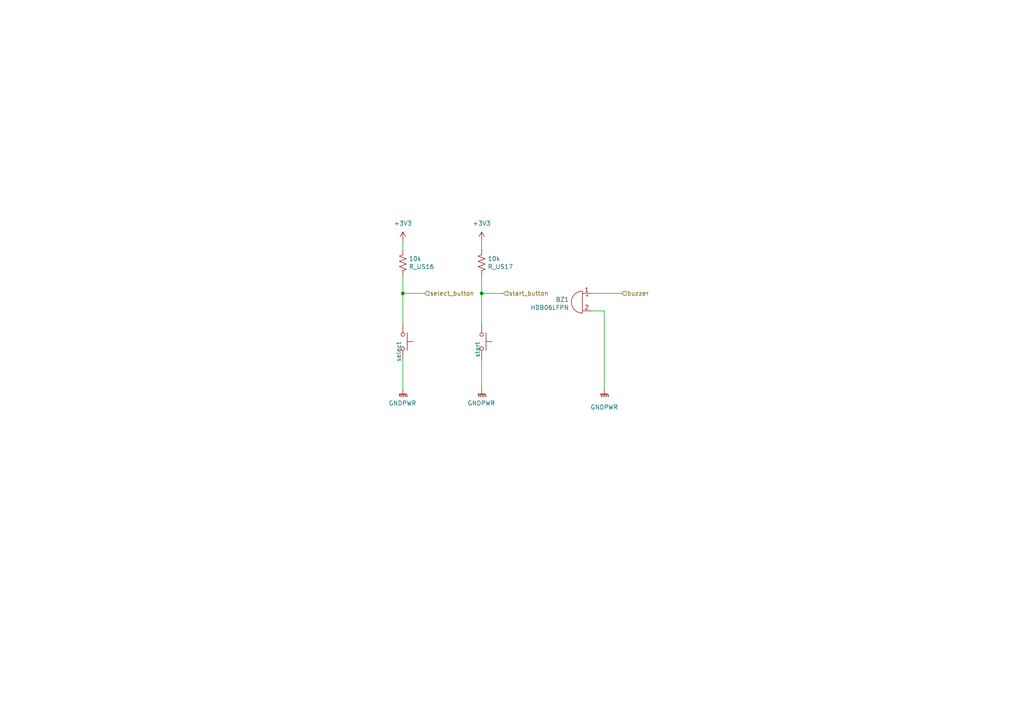
<source format=kicad_sch>
(kicad_sch (version 20231120) (generator "eeschema") (generator_version "8.0")
  (paper "A4")
  (lib_symbols
    (symbol "Device:Buzzer" (pin_names (offset 0.0254) hide)
      (property "Reference" "BZ" (at 3.81 1.27 0))
      (property "Value" "Buzzer" (at 3.81 -1.27 0))
      (symbol "Buzzer_0_1"
        (arc (start 0 -3.175) (mid 3.1612 0) (end 0 3.175))
        (polyline (pts (xy -1.651 1.905) (xy -1.143 1.905)))
        (polyline (pts (xy -1.397 2.159) (xy -1.397 1.651)))
        (polyline (pts (xy 0 3.175) (xy 0 -3.175)))
      )
      (symbol "Buzzer_1_1"
        (pin passive line (at -2.54 2.54 0) (length 2.54) (name "-") (number "1"))
        (pin passive line (at -2.54 -2.54 0) (length 2.54) (name "+") (number "2"))
      )
    )
    (symbol "Device:R_US" (pin_numbers hide) (pin_names (offset 0))
      (property "Reference" "R" (at 2.54 0 90))
      (property "Value" "R_US" (at -2.54 0 90))
      (symbol "R_US_0_1"
        (polyline (pts (xy 0 -2.286) (xy 0 -2.54)))
        (polyline (pts (xy 0 2.286) (xy 0 2.54)))
        (polyline (pts (xy 0 -0.762) (xy 1.016 -1.143) (xy 0 -1.524) (xy -1.016 -1.905) (xy 0 -2.286)))
        (polyline (pts (xy 0 0.762) (xy 1.016 0.381) (xy 0 0) (xy -1.016 -0.381) (xy 0 -0.762)))
        (polyline (pts (xy 0 2.286) (xy 1.016 1.905) (xy 0 1.524) (xy -1.016 1.143) (xy 0 0.762)))
      )
      (symbol "R_US_1_1"
        (pin passive line (at 0 3.81 270) (length 1.27) (name "~") (number "1"))
        (pin passive line (at 0 -3.81 90) (length 1.27) (name "~") (number "2"))
      )
    )
    (symbol "SW_Push_1" (pin_numbers hide) (pin_names (offset 1.016) hide)
      (property "Value" "SW_Push" (at 0 -1.2192 0))
      (symbol "SW_Push_1_0_1"
        (circle (center -2.032 0) (radius 0.508))
        (polyline (pts (xy 0 1.27) (xy 0 3.048)))
        (polyline (pts (xy 2.54 1.27) (xy -2.54 1.27)))
        (circle (center 2.032 0) (radius 0.508))
        (pin passive line (at -5.08 0 0) (length 2.54) (name "2") (number "2"))
      )
      (symbol "SW_Push_1_1_1"
        (pin passive line (at 5.08 0 180) (length 2.54) (name "1") (number "1"))
      )
    )
    (symbol "Switch:SW_Push" (pin_numbers hide) (pin_names (offset 1.016) hide)
      (property "Reference" "SW" (at 1.27 2.54 0))
      (property "Value" "SW_Push" (at 0 -1.524 0))
      (symbol "SW_Push_0_1"
        (circle (center -2.032 0) (radius 0.508))
        (polyline (pts (xy 0 1.27) (xy 0 3.048)))
        (polyline (pts (xy 2.54 1.27) (xy -2.54 1.27)))
        (circle (center 2.032 0) (radius 0.508))
        (pin passive line (at -5.08 0 0) (length 2.54) (name "1") (number "1"))
        (pin passive line (at 5.08 0 180) (length 2.54) (name "2") (number "2"))
      )
    )
    (symbol "control-rescue:+3.3V-power" (power) (pin_names (offset 0))
      (property "Value" "+3.3V-power" (at 0 3.556 0))
      (symbol "+3.3V-power_0_1"
        (polyline (pts (xy -0.762 1.27) (xy 0 2.54)))
        (polyline (pts (xy 0 0) (xy 0 2.54)))
        (polyline (pts (xy 0 2.54) (xy 0.762 1.27)))
      )
      (symbol "+3.3V-power_1_1"
        (pin power_in line (at 0 0 90) (length 0) hide (name "+3V3") (number "1"))
      )
    )
    (symbol "power:GNDPWR" (power) (pin_names (offset 0))
      (property "Value" "GNDPWR" (at 0 -3.302 0))
      (symbol "GNDPWR_0_1"
        (polyline (pts (xy 0 -1.27) (xy 0 0)))
        (polyline (pts (xy -1.016 -1.27) (xy -1.27 -2.032) (xy -1.27 -2.032)) (stroke (width 0.2032)))
        (polyline (pts (xy -0.508 -1.27) (xy -0.762 -2.032) (xy -0.762 -2.032)) (stroke (width 0.2032)))
        (polyline (pts (xy 0 -1.27) (xy -0.254 -2.032) (xy -0.254 -2.032)) (stroke (width 0.2032)))
        (polyline (pts (xy 0.508 -1.27) (xy 0.254 -2.032) (xy 0.254 -2.032)) (stroke (width 0.2032)))
        (polyline (pts (xy 1.016 -1.27) (xy -1.016 -1.27) (xy -1.016 -1.27)) (stroke (width 0.2032)))
        (polyline (pts (xy 1.016 -1.27) (xy 0.762 -2.032) (xy 0.762 -2.032) (xy 0.762 -2.032)) (stroke (width 0.2032)))
      )
      (symbol "GNDPWR_1_1"
        (pin power_in line (at 0 0 270) (length 0) hide (name "GNDPWR") (number "1"))
      )
    )
  )
  (junction (at 116.84 85.09))
  (junction (at 139.7 85.09))
  (wire (pts (xy 116.84 69.85) (xy 116.84 72.39)))
  (wire (pts (xy 139.7 80.01) (xy 139.7 85.09)))
  (wire (pts (xy 139.7 85.09) (xy 146.05 85.09)))
  (wire (pts (xy 116.84 85.09) (xy 123.19 85.09)))
  (wire (pts (xy 171.45 90.17) (xy 175.26 90.17)))
  (wire (pts (xy 139.7 69.85) (xy 139.7 72.39)))
  (wire (pts (xy 171.45 85.09) (xy 180.34 85.09)))
  (wire (pts (xy 139.7 104.14) (xy 139.7 113.03)))
  (wire (pts (xy 139.7 85.09) (xy 139.7 93.98)))
  (wire (pts (xy 116.84 104.14) (xy 116.84 113.03)))
  (wire (pts (xy 116.84 85.09) (xy 116.84 93.98)))
  (wire (pts (xy 116.84 80.01) (xy 116.84 85.09)))
  (wire (pts (xy 175.26 90.17) (xy 175.26 113.03)))
  (hierarchical_label "select_button" (shape input) (at 123.19 85.09 0))
  (hierarchical_label "buzzer" (shape input) (at 180.34 85.09 0))
  (hierarchical_label "start_button" (shape input) (at 146.05 85.09 0))
  (symbol (lib_id "control-rescue:+3.3V-power") (at 116.84 69.85 0) (mirror y) (unit 1)
    (property "Reference" "#PWR019" (effects (hide yes)))
    (property "Value" "+3V3" (at 116.84 64.77 0))
  )
  (symbol (lib_id "Device:Buzzer") (at 168.91 87.63 0) (mirror y) (unit 1)
    (property "Reference" "BZ1" (at 165.0492 86.8934 0) (effects (justify left)))
    (property "Value" "HDB06LFPN" (at 165.0492 89.2048 0) (effects (justify left)))
    (property "Footprint" "Buzzer_Beeper:Buzzer_15x7.5RM7.6" (effects (hide yes)))
  )
  (symbol (lib_id "power:GNDPWR") (at 116.84 113.03 0) (mirror y) (unit 1)
    (property "Reference" "#PWR020" (effects (hide yes)))
    (property "Value" "GNDPWR" (at 116.7384 116.9416 0))
  )
  (symbol (lib_id "power:GNDPWR") (at 139.7 113.03 0) (mirror y) (unit 1)
    (property "Reference" "#PWR022" (effects (hide yes)))
    (property "Value" "GNDPWR" (at 139.5984 116.9416 0))
  )
  (symbol (lib_id "Device:R_US") (at 116.84 76.2 0) (mirror x) (unit 1)
    (property "Reference" "R_US16" (at 118.5672 77.3684 0) (effects (justify left)))
    (property "Value" "10k" (at 118.5672 75.057 0) (effects (justify left)))
    (property "Footprint" "Resistor_SMD:R_0805_2012Metric" (effects (hide yes)))
  )
  (symbol (lib_id "control-rescue:+3.3V-power") (at 139.7 69.85 0) (mirror y) (unit 1)
    (property "Reference" "#PWR021" (effects (hide yes)))
    (property "Value" "+3V3" (at 139.7 64.77 0))
  )
  (symbol (lib_name "SW_Push_1") (lib_id "Switch:SW_Push") (at 139.7 99.06 270) (mirror x) (unit 1)
    (property "Reference" "SW2" (effects (hide yes)))
    (property "Value" "start" (at 138.4808 99.06 0) (effects (justify right)))
    (property "Footprint" "Button_Switch_THT:SW_PUSH-12mm_Wuerth-430476085716" (effects (hide yes)))
  )
  (symbol (lib_id "Device:R_US") (at 139.7 76.2 0) (mirror x) (unit 1)
    (property "Reference" "R_US17" (at 141.4272 77.3684 0) (effects (justify left)))
    (property "Value" "10k" (at 141.4272 75.057 0) (effects (justify left)))
    (property "Footprint" "Resistor_SMD:R_0805_2012Metric" (effects (hide yes)))
  )
  (symbol (lib_id "Switch:SW_Push") (at 116.84 99.06 270) (mirror x) (unit 1)
    (property "Reference" "SW1" (effects (hide yes)))
    (property "Value" "select" (at 115.6208 99.06 0) (effects (justify right)))
    (property "Footprint" "Button_Switch_SMD:SW_SPST_PTS645" (effects (hide yes)))
  )
  (symbol (lib_id "power:GNDPWR") (at 175.26 113.03 0) (mirror y) (unit 1)
    (property "Reference" "#PWR023" (effects (hide yes)))
    (property "Value" "GNDPWR" (at 175.26 118.11 0))
  )
)
</source>
